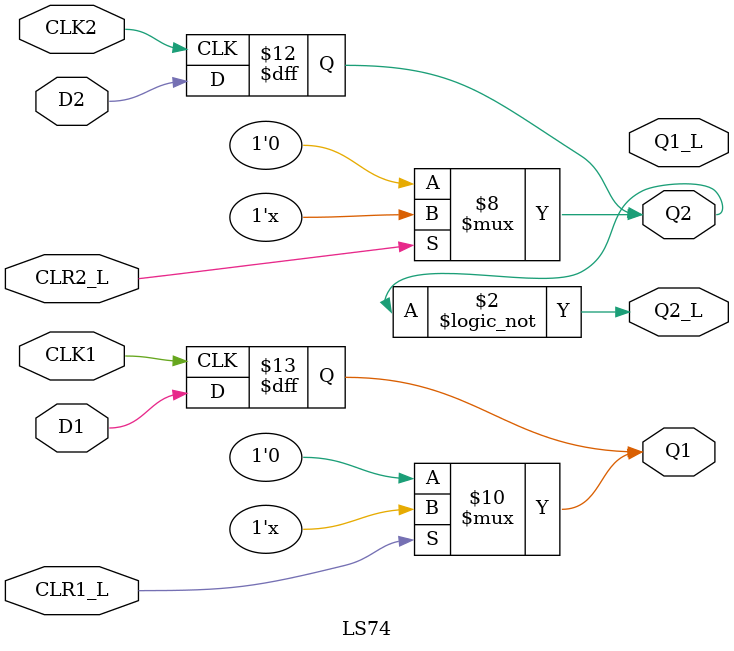
<source format=v>
module LS74(
    input CLK1, CLK2,
    input D1, D2,
    input CLR1_L, CLR2_L,
    output reg Q1, Q2,
    output Q1_L, Q2_L
    );
    
    assign Q1_l = !Q1;
    assign Q2_L = !Q2;
    
    always @* begin
        if (CLR1_L == 0)
            Q1 <= 0;
        if (CLR2_L == 0)
            Q2 <= 0;
    end
    
    always @(posedge CLK1)
        Q1 <= D1;
    
    always @(posedge CLK2)
        Q2 <= D2;

endmodule

</source>
